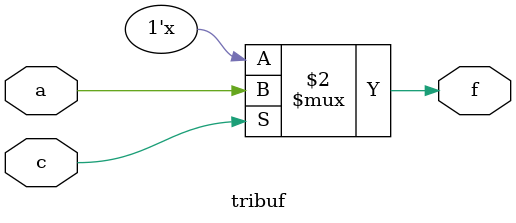
<source format=v>
module tribuf (f,a,c);
  input a,c;
  output f;
  assign f = (c==0)? 1'bz : a;
endmodule


</source>
